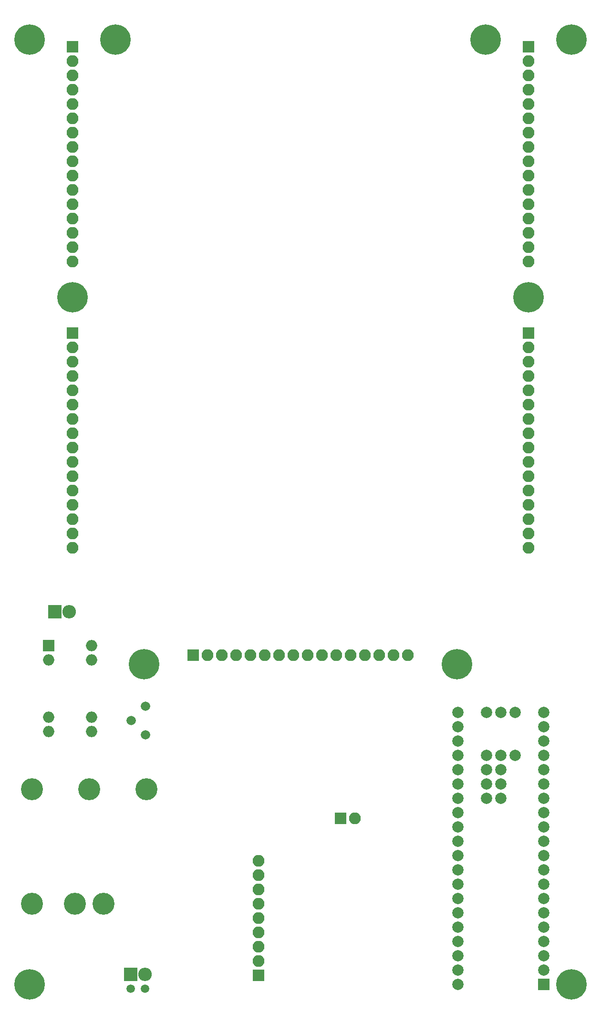
<source format=gbs>
G04 #@! TF.GenerationSoftware,KiCad,Pcbnew,(5.1.2)-1*
G04 #@! TF.CreationDate,2019-06-02T19:05:48-04:00*
G04 #@! TF.ProjectId,converter,636f6e76-6572-4746-9572-2e6b69636164,rev?*
G04 #@! TF.SameCoordinates,Original*
G04 #@! TF.FileFunction,Soldermask,Bot*
G04 #@! TF.FilePolarity,Negative*
%FSLAX46Y46*%
G04 Gerber Fmt 4.6, Leading zero omitted, Abs format (unit mm)*
G04 Created by KiCad (PCBNEW (5.1.2)-1) date 2019-06-02 19:05:48*
%MOMM*%
%LPD*%
G04 APERTURE LIST*
%ADD10R,2.100000X2.100000*%
%ADD11O,2.100000X2.100000*%
%ADD12C,3.900000*%
%ADD13R,2.000000X2.000000*%
%ADD14O,2.000000X2.000000*%
%ADD15C,1.660000*%
%ADD16R,2.400000X2.400000*%
%ADD17O,2.400000X2.400000*%
%ADD18C,2.000000*%
%ADD19O,2.398980X2.398980*%
%ADD20R,2.398980X2.398980*%
%ADD21C,1.500000*%
%ADD22C,5.400000*%
G04 APERTURE END LIST*
D10*
X77266800Y-94355920D03*
D11*
X77266800Y-96895920D03*
X77266800Y-99435920D03*
X77266800Y-101975920D03*
X77266800Y-104515920D03*
X77266800Y-107055920D03*
X77266800Y-109595920D03*
X77266800Y-112135920D03*
X77266800Y-114675920D03*
X77266800Y-117215920D03*
X77266800Y-119755920D03*
X77266800Y-122295920D03*
X77266800Y-124835920D03*
X77266800Y-127375920D03*
X77266800Y-129915920D03*
X77266800Y-132455920D03*
D12*
X82736700Y-195594920D03*
X77656700Y-195594920D03*
X70036700Y-195594920D03*
X70036700Y-175274920D03*
X80196700Y-175274920D03*
X90356700Y-175274920D03*
D13*
X73069500Y-149778920D03*
D14*
X80689500Y-165018920D03*
X73069500Y-152318920D03*
X80689500Y-162478920D03*
X73069500Y-162478920D03*
X80689500Y-152318920D03*
X73069500Y-165018920D03*
X80689500Y-149778920D03*
D15*
X90239800Y-160547920D03*
X87699800Y-163087920D03*
X90239800Y-165627920D03*
D16*
X74121010Y-143804640D03*
D17*
X76661010Y-143804640D03*
D10*
X98698000Y-151505920D03*
D11*
X101238000Y-151505920D03*
X103778000Y-151505920D03*
X106318000Y-151505920D03*
X108858000Y-151505920D03*
X111398000Y-151505920D03*
X113938000Y-151505920D03*
X116478000Y-151505920D03*
X119018000Y-151505920D03*
X121558000Y-151505920D03*
X124098000Y-151505920D03*
X126638000Y-151505920D03*
X129178000Y-151505920D03*
X131718000Y-151505920D03*
X134258000Y-151505920D03*
X136798000Y-151505920D03*
D10*
X158229300Y-43555920D03*
D11*
X158229300Y-46095920D03*
X158229300Y-48635920D03*
X158229300Y-51175920D03*
X158229300Y-53715920D03*
X158229300Y-56255920D03*
X158229300Y-58795920D03*
X158229300Y-61335920D03*
X158229300Y-63875920D03*
X158229300Y-66415920D03*
X158229300Y-68955920D03*
X158229300Y-71495920D03*
X158229300Y-74035920D03*
X158229300Y-76575920D03*
X158229300Y-79115920D03*
X158229300Y-81655920D03*
D10*
X158229300Y-94355920D03*
D11*
X158229300Y-96895920D03*
X158229300Y-99435920D03*
X158229300Y-101975920D03*
X158229300Y-104515920D03*
X158229300Y-107055920D03*
X158229300Y-109595920D03*
X158229300Y-112135920D03*
X158229300Y-114675920D03*
X158229300Y-117215920D03*
X158229300Y-119755920D03*
X158229300Y-122295920D03*
X158229300Y-124835920D03*
X158229300Y-127375920D03*
X158229300Y-129915920D03*
X158229300Y-132455920D03*
D10*
X77266800Y-43555920D03*
D11*
X77266800Y-46095920D03*
X77266800Y-48635920D03*
X77266800Y-51175920D03*
X77266800Y-53715920D03*
X77266800Y-56255920D03*
X77266800Y-58795920D03*
X77266800Y-61335920D03*
X77266800Y-63875920D03*
X77266800Y-66415920D03*
X77266800Y-68955920D03*
X77266800Y-71495920D03*
X77266800Y-74035920D03*
X77266800Y-76575920D03*
X77266800Y-79115920D03*
X77266800Y-81655920D03*
D10*
X124896880Y-180497480D03*
D11*
X127436880Y-180497480D03*
D10*
X110270300Y-208355920D03*
D11*
X110270300Y-205815920D03*
X110270300Y-203275920D03*
X110270300Y-200735920D03*
X110270300Y-198195920D03*
X110270300Y-195655920D03*
X110270300Y-193115920D03*
X110270300Y-190575920D03*
X110270300Y-188035920D03*
D18*
X160963600Y-189635920D03*
X160963600Y-187095920D03*
X160963600Y-184555920D03*
X160963600Y-192175920D03*
X160963600Y-194715920D03*
X160963600Y-197255920D03*
X160963600Y-199795920D03*
X160963600Y-202335920D03*
X160963600Y-204875920D03*
X160963600Y-207415920D03*
D13*
X160963600Y-209955920D03*
D18*
X160963600Y-182015920D03*
X160963600Y-179475920D03*
X160963600Y-176935920D03*
X160963600Y-174395920D03*
X160963600Y-171855920D03*
X160963600Y-169315920D03*
X160963600Y-166775920D03*
X160963600Y-164235920D03*
X160963600Y-161695920D03*
X155883600Y-161695920D03*
X153343600Y-161695920D03*
X150803600Y-161695920D03*
X145723600Y-161695920D03*
X145723600Y-164235920D03*
X145723600Y-166775920D03*
X145723600Y-169315920D03*
X145723600Y-171855920D03*
X145723600Y-174395920D03*
X145723600Y-176935920D03*
X145723600Y-179475920D03*
X145723600Y-182015920D03*
X145723600Y-184555920D03*
X145723600Y-187095920D03*
X145723600Y-189635920D03*
X145723600Y-192175920D03*
X145723600Y-194715920D03*
X145723600Y-197255920D03*
X145723600Y-199795920D03*
X145723600Y-202335920D03*
X145723600Y-204875920D03*
X145723600Y-207415920D03*
X145723600Y-209955920D03*
X150803600Y-176935920D03*
X150803600Y-174395920D03*
X150803600Y-171855920D03*
X150803600Y-169315920D03*
X153343600Y-176935920D03*
X153343600Y-174395920D03*
X153343600Y-171855920D03*
X153343600Y-169315920D03*
X155883600Y-169315920D03*
D19*
X90138300Y-208142920D03*
D20*
X87598300Y-208142920D03*
D21*
X87598300Y-210682920D03*
X90138300Y-210682920D03*
D22*
X69646800Y-42285920D03*
X84886800Y-42285920D03*
X69646800Y-209925920D03*
X165849300Y-209925920D03*
X165849300Y-42285920D03*
X150609300Y-42285920D03*
X77266800Y-88005920D03*
X158229300Y-88005920D03*
X145529300Y-153093420D03*
X89966800Y-153093420D03*
M02*

</source>
